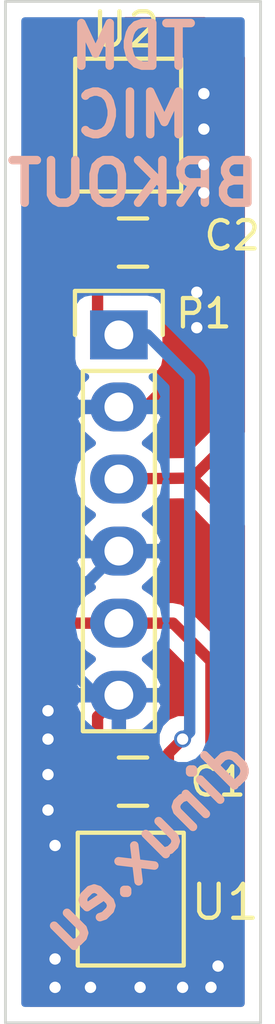
<source format=kicad_pcb>
(kicad_pcb (version 4) (host pcbnew 4.0.5+dfsg1-4)

  (general
    (links 18)
    (no_connects 0)
    (area 144.321428 92.935 153.876191 129.300001)
    (thickness 1.6)
    (drawings 6)
    (tracks 110)
    (zones 0)
    (modules 5)
    (nets 5)
  )

  (page A4)
  (layers
    (0 F.Cu signal)
    (31 B.Cu signal)
    (32 B.Adhes user)
    (33 F.Adhes user)
    (34 B.Paste user)
    (35 F.Paste user)
    (36 B.SilkS user)
    (37 F.SilkS user)
    (38 B.Mask user)
    (39 F.Mask user)
    (40 Dwgs.User user)
    (41 Cmts.User user)
    (42 Eco1.User user)
    (43 Eco2.User user)
    (44 Edge.Cuts user)
    (45 Margin user)
    (46 B.CrtYd user)
    (47 F.CrtYd user)
    (48 B.Fab user)
    (49 F.Fab user)
  )

  (setup
    (last_trace_width 0.4)
    (trace_clearance 0.4)
    (zone_clearance 0.508)
    (zone_45_only no)
    (trace_min 0.2)
    (segment_width 0.2)
    (edge_width 0.1)
    (via_size 0.6)
    (via_drill 0.4)
    (via_min_size 0.4)
    (via_min_drill 0.3)
    (uvia_size 0.3)
    (uvia_drill 0.1)
    (uvias_allowed no)
    (uvia_min_size 0.2)
    (uvia_min_drill 0.1)
    (pcb_text_width 0.3)
    (pcb_text_size 1.5 1.5)
    (mod_edge_width 0.15)
    (mod_text_size 1 1)
    (mod_text_width 0.15)
    (pad_size 1.5 1.5)
    (pad_drill 0.6)
    (pad_to_mask_clearance 0)
    (aux_axis_origin 0 0)
    (visible_elements FFFFFF7F)
    (pcbplotparams
      (layerselection 0x010f0_80000001)
      (usegerberextensions false)
      (excludeedgelayer true)
      (linewidth 0.100000)
      (plotframeref false)
      (viasonmask false)
      (mode 1)
      (useauxorigin false)
      (hpglpennumber 1)
      (hpglpenspeed 20)
      (hpglpendiameter 15)
      (hpglpenoverlay 2)
      (psnegative false)
      (psa4output false)
      (plotreference true)
      (plotvalue true)
      (plotinvisibletext false)
      (padsonsilk false)
      (subtractmaskfromsilk false)
      (outputformat 1)
      (mirror false)
      (drillshape 0)
      (scaleselection 1)
      (outputdirectory gerbers))
  )

  (net 0 "")
  (net 1 VDD)
  (net 2 GND)
  (net 3 /CLK)
  (net 4 /D)

  (net_class Default "Това е клас на веригите при отсъствие."
    (clearance 0.4)
    (trace_width 0.4)
    (via_dia 0.6)
    (via_drill 0.4)
    (uvia_dia 0.3)
    (uvia_drill 0.1)
    (add_net /CLK)
    (add_net /D)
    (add_net GND)
    (add_net VDD)
  )

  (module Capacitors_SMD:C_0805_HandSoldering (layer F.Cu) (tedit 5BCC43DC) (tstamp 5BCC3B54)
    (at 149 101.75)
    (descr "Capacitor SMD 0805, hand soldering")
    (tags "capacitor 0805")
    (path /5BCC3C74)
    (attr smd)
    (fp_text reference C2 (at 3.5 -0.25) (layer F.SilkS)
      (effects (font (size 1 1) (thickness 0.15)))
    )
    (fp_text value 100n (at -3.25 2 90) (layer F.Fab)
      (effects (font (size 1 1) (thickness 0.15)))
    )
    (fp_line (start -1 0.625) (end -1 -0.625) (layer F.Fab) (width 0.15))
    (fp_line (start 1 0.625) (end -1 0.625) (layer F.Fab) (width 0.15))
    (fp_line (start 1 -0.625) (end 1 0.625) (layer F.Fab) (width 0.15))
    (fp_line (start -1 -0.625) (end 1 -0.625) (layer F.Fab) (width 0.15))
    (fp_line (start -2.3 -1) (end 2.3 -1) (layer F.CrtYd) (width 0.05))
    (fp_line (start -2.3 1) (end 2.3 1) (layer F.CrtYd) (width 0.05))
    (fp_line (start -2.3 -1) (end -2.3 1) (layer F.CrtYd) (width 0.05))
    (fp_line (start 2.3 -1) (end 2.3 1) (layer F.CrtYd) (width 0.05))
    (fp_line (start 0.5 -0.85) (end -0.5 -0.85) (layer F.SilkS) (width 0.15))
    (fp_line (start -0.5 0.85) (end 0.5 0.85) (layer F.SilkS) (width 0.15))
    (pad 1 smd rect (at -1.25 0) (size 1.5 1.25) (layers F.Cu F.Paste F.Mask)
      (net 1 VDD))
    (pad 2 smd rect (at 1.25 0) (size 1.5 1.25) (layers F.Cu F.Paste F.Mask)
      (net 2 GND))
    (model Capacitors_SMD.3dshapes/C_0805_HandSoldering.wrl
      (at (xyz 0 0 0))
      (scale (xyz 1 1 1))
      (rotate (xyz 0 0 0))
    )
  )

  (module Pin_Headers:Pin_Header_Straight_1x06 (layer F.Cu) (tedit 5BCC4362) (tstamp 5BCC3515)
    (at 148.5011 105.0036)
    (descr "Through hole pin header")
    (tags "pin header")
    (path /5BCB8B11)
    (fp_text reference P1 (at 2.9989 -0.7536) (layer F.SilkS)
      (effects (font (size 1 1) (thickness 0.15)))
    )
    (fp_text value CONN_01X06 (at 2.4989 5.9964 90) (layer F.Fab)
      (effects (font (size 1 1) (thickness 0.15)))
    )
    (fp_line (start -1.75 -1.75) (end -1.75 14.45) (layer F.CrtYd) (width 0.05))
    (fp_line (start 1.75 -1.75) (end 1.75 14.45) (layer F.CrtYd) (width 0.05))
    (fp_line (start -1.75 -1.75) (end 1.75 -1.75) (layer F.CrtYd) (width 0.05))
    (fp_line (start -1.75 14.45) (end 1.75 14.45) (layer F.CrtYd) (width 0.05))
    (fp_line (start 1.27 1.27) (end 1.27 13.97) (layer F.SilkS) (width 0.15))
    (fp_line (start 1.27 13.97) (end -1.27 13.97) (layer F.SilkS) (width 0.15))
    (fp_line (start -1.27 13.97) (end -1.27 1.27) (layer F.SilkS) (width 0.15))
    (fp_line (start 1.55 -1.55) (end 1.55 0) (layer F.SilkS) (width 0.15))
    (fp_line (start 1.27 1.27) (end -1.27 1.27) (layer F.SilkS) (width 0.15))
    (fp_line (start -1.55 0) (end -1.55 -1.55) (layer F.SilkS) (width 0.15))
    (fp_line (start -1.55 -1.55) (end 1.55 -1.55) (layer F.SilkS) (width 0.15))
    (pad 1 thru_hole rect (at 0 0) (size 2.032 1.7272) (drill 1.016) (layers *.Cu *.Mask)
      (net 1 VDD))
    (pad 2 thru_hole oval (at 0 2.54) (size 2.032 1.7272) (drill 1.016) (layers *.Cu *.Mask)
      (net 2 GND))
    (pad 3 thru_hole oval (at 0 5.08) (size 2.032 1.7272) (drill 1.016) (layers *.Cu *.Mask)
      (net 3 /CLK))
    (pad 4 thru_hole oval (at 0 7.62) (size 2.032 1.7272) (drill 1.016) (layers *.Cu *.Mask)
      (net 2 GND))
    (pad 5 thru_hole oval (at 0 10.16) (size 2.032 1.7272) (drill 1.016) (layers *.Cu *.Mask)
      (net 4 /D))
    (pad 6 thru_hole oval (at 0 12.7) (size 2.032 1.7272) (drill 1.016) (layers *.Cu *.Mask)
      (net 2 GND))
    (model Pin_Headers.3dshapes/Pin_Header_Straight_1x06.wrl
      (at (xyz 0 -0.25 0))
      (scale (xyz 1 1 1))
      (rotate (xyz 0 0 90))
    )
  )

  (module Capacitors_SMD:C_0805_HandSoldering (layer F.Cu) (tedit 5BCC43E8) (tstamp 5BCC3B4E)
    (at 149 120.75 180)
    (descr "Capacitor SMD 0805, hand soldering")
    (tags "capacitor 0805")
    (path /5BCC3B0D)
    (attr smd)
    (fp_text reference C1 (at -3 0 180) (layer F.SilkS)
      (effects (font (size 1 1) (thickness 0.15)))
    )
    (fp_text value 100n (at 3.25 -1 270) (layer F.Fab)
      (effects (font (size 1 1) (thickness 0.15)))
    )
    (fp_line (start -1 0.625) (end -1 -0.625) (layer F.Fab) (width 0.15))
    (fp_line (start 1 0.625) (end -1 0.625) (layer F.Fab) (width 0.15))
    (fp_line (start 1 -0.625) (end 1 0.625) (layer F.Fab) (width 0.15))
    (fp_line (start -1 -0.625) (end 1 -0.625) (layer F.Fab) (width 0.15))
    (fp_line (start -2.3 -1) (end 2.3 -1) (layer F.CrtYd) (width 0.05))
    (fp_line (start -2.3 1) (end 2.3 1) (layer F.CrtYd) (width 0.05))
    (fp_line (start -2.3 -1) (end -2.3 1) (layer F.CrtYd) (width 0.05))
    (fp_line (start 2.3 -1) (end 2.3 1) (layer F.CrtYd) (width 0.05))
    (fp_line (start 0.5 -0.85) (end -0.5 -0.85) (layer F.SilkS) (width 0.15))
    (fp_line (start -0.5 0.85) (end 0.5 0.85) (layer F.SilkS) (width 0.15))
    (pad 1 smd rect (at -1.25 0 180) (size 1.5 1.25) (layers F.Cu F.Paste F.Mask)
      (net 1 VDD))
    (pad 2 smd rect (at 1.25 0 180) (size 1.5 1.25) (layers F.Cu F.Paste F.Mask)
      (net 2 GND))
    (model Capacitors_SMD.3dshapes/C_0805_HandSoldering.wrl
      (at (xyz 0 0 0))
      (scale (xyz 1 1 1))
      (rotate (xyz 0 0 0))
    )
  )

  (module bga:BGA_6 (layer F.Cu) (tedit 5BCC4759) (tstamp 5BCC46A6)
    (at 147.75 123.25)
    (path /5BCB898D)
    (fp_text reference U1 (at 4.5 1.75) (layer F.SilkS)
      (effects (font (size 1.2 1.2) (thickness 0.15)))
    )
    (fp_text value MIC1 (at -2 1.5 90) (layer F.Fab)
      (effects (font (size 1.2 1.2) (thickness 0.15)))
    )
    (fp_line (start -0.7 -0.7) (end -0.7 3.95) (layer F.SilkS) (width 0.15))
    (fp_line (start -0.7 3.98) (end 3.04 3.98) (layer F.SilkS) (width 0.15))
    (fp_line (start 3.04 3.95) (end 3.04 -0.7) (layer F.SilkS) (width 0.15))
    (fp_line (start 3 -0.7) (end -0.7 -0.7) (layer F.SilkS) (width 0.15))
    (fp_line (start -0.9 -0.95) (end 3.25 -0.95) (layer F.CrtYd) (width 0.15))
    (fp_line (start 3.29 -0.95) (end 3.29 4.2) (layer F.CrtYd) (width 0.15))
    (fp_line (start 3.29 4.23) (end -0.95 4.23) (layer F.CrtYd) (width 0.15))
    (fp_line (start -0.95 4.2) (end -0.95 -0.95) (layer F.CrtYd) (width 0.15))
    (pad 1 smd circle (at 0 0 36) (size 1 1) (layers F.Cu F.Paste F.Mask)
      (net 2 GND))
    (pad 2 smd circle (at 0 1.65) (size 1 1) (layers F.Cu F.Paste F.Mask)
      (net 1 VDD))
    (pad 3 smd circle (at 0 3.3) (size 1 1) (layers F.Cu F.Paste F.Mask)
      (net 2 GND))
    (pad 6 smd oval (at 2.34 0 315) (size 1 1.2) (layers F.Cu F.Paste F.Mask)
      (net 1 VDD))
    (pad 5 smd circle (at 2.34 1.65) (size 1 1) (layers F.Cu F.Paste F.Mask)
      (net 4 /D))
    (pad 4 smd circle (at 2.34 3.3) (size 1 1) (layers F.Cu F.Paste F.Mask)
      (net 3 /CLK))
  )

  (module bga:BGA_6 (layer F.Cu) (tedit 5BCC4884) (tstamp 5BCC46B0)
    (at 150 99.25 180)
    (path /5BCB8B92)
    (fp_text reference U2 (at 1.25 5 180) (layer F.SilkS)
      (effects (font (size 1.2 1.2) (thickness 0.15)))
    )
    (fp_text value MIC0 (at 4.25 2 270) (layer F.Fab)
      (effects (font (size 1.2 1.2) (thickness 0.15)))
    )
    (fp_line (start -0.7 -0.7) (end -0.7 3.95) (layer F.SilkS) (width 0.15))
    (fp_line (start -0.7 3.98) (end 3.04 3.98) (layer F.SilkS) (width 0.15))
    (fp_line (start 3.04 3.95) (end 3.04 -0.7) (layer F.SilkS) (width 0.15))
    (fp_line (start 3 -0.7) (end -0.7 -0.7) (layer F.SilkS) (width 0.15))
    (fp_line (start -0.9 -0.95) (end 3.25 -0.95) (layer F.CrtYd) (width 0.15))
    (fp_line (start 3.29 -0.95) (end 3.29 4.2) (layer F.CrtYd) (width 0.15))
    (fp_line (start 3.29 4.23) (end -0.95 4.23) (layer F.CrtYd) (width 0.15))
    (fp_line (start -0.95 4.2) (end -0.95 -0.95) (layer F.CrtYd) (width 0.15))
    (pad 1 smd circle (at 0 0 216) (size 1 1) (layers F.Cu F.Paste F.Mask)
      (net 2 GND))
    (pad 2 smd circle (at 0 1.65 180) (size 1 1) (layers F.Cu F.Paste F.Mask)
      (net 2 GND))
    (pad 3 smd circle (at 0 3.3 180) (size 1 1) (layers F.Cu F.Paste F.Mask)
      (net 2 GND))
    (pad 6 smd oval (at 2.34 0 135) (size 1 1.2) (layers F.Cu F.Paste F.Mask)
      (net 1 VDD))
    (pad 5 smd circle (at 2.34 1.65 180) (size 1 1) (layers F.Cu F.Paste F.Mask)
      (net 4 /D))
    (pad 4 smd circle (at 2.34 3.3 180) (size 1 1) (layers F.Cu F.Paste F.Mask)
      (net 3 /CLK))
  )

  (gr_text "TDM\nMIC\nBRKOUT" (at 149 97.25) (layer B.SilkS)
    (effects (font (size 1.5 1.5) (thickness 0.3)) (justify mirror))
  )
  (gr_text dinux.eu (at 149.5 123 45) (layer B.SilkS)
    (effects (font (size 1.5 1.5) (thickness 0.3)) (justify mirror))
  )
  (gr_line (start 144.5 129.25) (end 153.5 129.25) (angle 90) (layer Edge.Cuts) (width 0.1))
  (gr_line (start 144.5 93.25) (end 144.5 129.25) (angle 90) (layer Edge.Cuts) (width 0.1))
  (gr_line (start 153.5 93.25) (end 153.5 129.25) (angle 90) (layer Edge.Cuts) (width 0.1))
  (gr_line (start 144.5 93.25) (end 153.5 93.25) (angle 90) (layer Edge.Cuts) (width 0.1))

  (segment (start 147.75 123.25) (end 146.5 123.25) (width 0.4) (layer B.Cu) (net 0))
  (segment (start 146 118.25) (end 146 118) (width 0.4) (layer F.Cu) (net 0) (tstamp 5BCC49E4))
  (via (at 146 118.25) (size 0.6) (drill 0.4) (layers F.Cu B.Cu) (net 0))
  (segment (start 146 119.25) (end 146 118.25) (width 0.4) (layer B.Cu) (net 0) (tstamp 5BCC49E1))
  (via (at 146 119.25) (size 0.6) (drill 0.4) (layers F.Cu B.Cu) (net 0))
  (segment (start 146 120.5) (end 146 119.25) (width 0.4) (layer F.Cu) (net 0) (tstamp 5BCC49DE))
  (via (at 146 120.5) (size 0.6) (drill 0.4) (layers F.Cu B.Cu) (net 0))
  (segment (start 146 121.75) (end 146 120.5) (width 0.4) (layer B.Cu) (net 0) (tstamp 5BCC49DB))
  (via (at 146 121.75) (size 0.6) (drill 0.4) (layers F.Cu B.Cu) (net 0))
  (segment (start 146 122.75) (end 146 121.75) (width 0.4) (layer F.Cu) (net 0) (tstamp 5BCC49D9))
  (segment (start 146.25 123) (end 146 122.75) (width 0.4) (layer F.Cu) (net 0) (tstamp 5BCC49D8))
  (via (at 146.25 123) (size 0.6) (drill 0.4) (layers F.Cu B.Cu) (net 0))
  (segment (start 146.5 123.25) (end 146.25 123) (width 0.4) (layer B.Cu) (net 0) (tstamp 5BCC49D0))
  (segment (start 150.25 120.75) (end 150.25 119.75) (width 0.4) (layer F.Cu) (net 1))
  (segment (start 151 106.5) (end 149.5036 105.0036) (width 0.4) (layer B.Cu) (net 1) (tstamp 5BCC4925))
  (segment (start 151 119) (end 151 106.5) (width 0.4) (layer B.Cu) (net 1) (tstamp 5BCC4916))
  (segment (start 150.75 119.25) (end 151 119) (width 0.4) (layer B.Cu) (net 1) (tstamp 5BCC4915))
  (via (at 150.75 119.25) (size 0.6) (drill 0.4) (layers F.Cu B.Cu) (net 1))
  (segment (start 150.25 119.75) (end 150.75 119.25) (width 0.4) (layer F.Cu) (net 1) (tstamp 5BCC4906))
  (segment (start 149.5036 105.0036) (end 148.5011 105.0036) (width 0.4) (layer B.Cu) (net 1) (tstamp 5BCC4928))
  (segment (start 147.75 101.75) (end 147.75 104.2525) (width 0.4) (layer F.Cu) (net 1))
  (segment (start 147.75 104.2525) (end 148.5011 105.0036) (width 0.4) (layer F.Cu) (net 1) (tstamp 5BCC48E6))
  (segment (start 147.66 99.25) (end 147.66 101.66) (width 0.4) (layer F.Cu) (net 1))
  (segment (start 147.66 101.66) (end 147.75 101.75) (width 0.4) (layer F.Cu) (net 1) (tstamp 5BCC48DD))
  (segment (start 147.75 124.9) (end 148.44 124.9) (width 0.4) (layer F.Cu) (net 1))
  (segment (start 148.44 124.9) (end 150.25 123.09) (width 0.4) (layer F.Cu) (net 1) (tstamp 5BCC479C))
  (segment (start 150.25 123.09) (end 150.25 120.75) (width 0.4) (layer F.Cu) (net 1) (tstamp 5BCC479D))
  (segment (start 149.84 120.91) (end 150 120.75) (width 0.4) (layer F.Cu) (net 1) (tstamp 5BCC3C16))
  (segment (start 150.5 121.25) (end 150 120.75) (width 0.4) (layer F.Cu) (net 1) (tstamp 5BCC3C0B))
  (segment (start 150 95.95) (end 150.95 95.95) (width 0.4) (layer F.Cu) (net 2))
  (via (at 151.5 100) (size 0.6) (drill 0.4) (layers F.Cu B.Cu) (net 2))
  (segment (start 151.5 99) (end 151.5 100) (width 0.4) (layer B.Cu) (net 2) (tstamp 5BCC4A40))
  (via (at 151.5 99) (size 0.6) (drill 0.4) (layers F.Cu B.Cu) (net 2))
  (segment (start 151.5 97.75) (end 151.5 99) (width 0.4) (layer F.Cu) (net 2) (tstamp 5BCC4A3D))
  (via (at 151.5 97.75) (size 0.6) (drill 0.4) (layers F.Cu B.Cu) (net 2))
  (segment (start 151.5 96.5) (end 151.5 97.75) (width 0.4) (layer B.Cu) (net 2) (tstamp 5BCC4A3A))
  (via (at 151.5 96.5) (size 0.6) (drill 0.4) (layers F.Cu B.Cu) (net 2))
  (segment (start 150.95 95.95) (end 151.5 96.5) (width 0.4) (layer F.Cu) (net 2) (tstamp 5BCC4A33))
  (segment (start 150.25 101.75) (end 150.25 102.5) (width 0.4) (layer F.Cu) (net 2))
  (via (at 151.25 104.75) (size 0.6) (drill 0.4) (layers F.Cu B.Cu) (net 2))
  (segment (start 151.25 103.5) (end 151.25 104.75) (width 0.4) (layer B.Cu) (net 2) (tstamp 5BCC4A18))
  (via (at 151.25 103.5) (size 0.6) (drill 0.4) (layers F.Cu B.Cu) (net 2))
  (segment (start 150.25 102.5) (end 151.25 103.5) (width 0.4) (layer F.Cu) (net 2) (tstamp 5BCC4A15))
  (segment (start 147.75 126.55) (end 146.7 126.55) (width 0.4) (layer F.Cu) (net 2))
  (via (at 152 127.25) (size 0.6) (drill 0.4) (layers F.Cu B.Cu) (net 2))
  (segment (start 152 127.75) (end 152 127.25) (width 0.4) (layer F.Cu) (net 2) (tstamp 5BCC49CC))
  (segment (start 151.75 128) (end 152 127.75) (width 0.4) (layer F.Cu) (net 2) (tstamp 5BCC49CB))
  (via (at 151.75 128) (size 0.6) (drill 0.4) (layers F.Cu B.Cu) (net 2))
  (segment (start 150.75 128) (end 151.75 128) (width 0.4) (layer B.Cu) (net 2) (tstamp 5BCC49C8))
  (via (at 150.75 128) (size 0.6) (drill 0.4) (layers F.Cu B.Cu) (net 2))
  (segment (start 149.25 128) (end 150.75 128) (width 0.4) (layer F.Cu) (net 2) (tstamp 5BCC49C5))
  (via (at 149.25 128) (size 0.6) (drill 0.4) (layers F.Cu B.Cu) (net 2))
  (segment (start 147.5 128) (end 149.25 128) (width 0.4) (layer B.Cu) (net 2) (tstamp 5BCC49C2))
  (via (at 147.5 128) (size 0.6) (drill 0.4) (layers F.Cu B.Cu) (net 2))
  (segment (start 146.25 128) (end 147.5 128) (width 0.4) (layer F.Cu) (net 2) (tstamp 5BCC49BF))
  (via (at 146.25 128) (size 0.6) (drill 0.4) (layers F.Cu B.Cu) (net 2))
  (segment (start 146.25 127) (end 146.25 128) (width 0.4) (layer B.Cu) (net 2) (tstamp 5BCC49BC))
  (via (at 146.25 127) (size 0.6) (drill 0.4) (layers F.Cu B.Cu) (net 2))
  (segment (start 146.7 126.55) (end 146.25 127) (width 0.4) (layer F.Cu) (net 2) (tstamp 5BCC49B9))
  (segment (start 148.5011 112.6236) (end 147.6236 112.6236) (width 0.4) (layer B.Cu) (net 2))
  (segment (start 147.6236 112.6236) (end 146.5 111.5) (width 0.4) (layer B.Cu) (net 2) (tstamp 5BCC494E))
  (segment (start 147.2064 107.5436) (end 148.5011 107.5436) (width 0.4) (layer B.Cu) (net 2) (tstamp 5BCC4954))
  (segment (start 146.5 108.25) (end 147.2064 107.5436) (width 0.4) (layer B.Cu) (net 2) (tstamp 5BCC4952))
  (segment (start 146.5 111.5) (end 146.5 108.25) (width 0.4) (layer B.Cu) (net 2) (tstamp 5BCC4950))
  (segment (start 148.5011 117.7036) (end 147.7036 117.7036) (width 0.4) (layer B.Cu) (net 2))
  (segment (start 147.7036 117.7036) (end 146.5 116.5) (width 0.4) (layer B.Cu) (net 2) (tstamp 5BCC4940))
  (segment (start 146.5 114.6247) (end 148.5011 112.6236) (width 0.4) (layer B.Cu) (net 2) (tstamp 5BCC4944))
  (segment (start 146.5 116.5) (end 146.5 114.6247) (width 0.4) (layer B.Cu) (net 2) (tstamp 5BCC4942))
  (segment (start 150.25 101.75) (end 150.25 106.75) (width 0.4) (layer F.Cu) (net 2))
  (segment (start 150.25 106.75) (end 149.4564 107.5436) (width 0.4) (layer F.Cu) (net 2) (tstamp 5BCC48EB))
  (segment (start 149.4564 107.5436) (end 148.5011 107.5436) (width 0.4) (layer F.Cu) (net 2) (tstamp 5BCC48EE))
  (segment (start 150 95.95) (end 150 97.6) (width 0.4) (layer F.Cu) (net 2))
  (segment (start 150 97.6) (end 150 99.25) (width 0.4) (layer F.Cu) (net 2) (tstamp 5BCC48D5))
  (segment (start 150 99.25) (end 150.25 99.5) (width 0.4) (layer F.Cu) (net 2) (tstamp 5BCC48D7))
  (segment (start 150.25 99.5) (end 150.25 101.75) (width 0.4) (layer F.Cu) (net 2) (tstamp 5BCC48D8))
  (segment (start 147.75 120.75) (end 147.75 118.4547) (width 0.4) (layer F.Cu) (net 2))
  (segment (start 147.75 118.4547) (end 148.5011 117.7036) (width 0.4) (layer F.Cu) (net 2) (tstamp 5BCC47A8))
  (segment (start 147.75 123.25) (end 147.75 120.75) (width 0.4) (layer F.Cu) (net 2))
  (segment (start 147.75 126.55) (end 147.3 126.55) (width 0.4) (layer F.Cu) (net 2))
  (segment (start 147.3 126.55) (end 146.5 125.75) (width 0.4) (layer F.Cu) (net 2) (tstamp 5BCC47A1))
  (segment (start 146.5 125.75) (end 146.5 124.5) (width 0.4) (layer F.Cu) (net 2) (tstamp 5BCC47A2))
  (segment (start 146.5 124.5) (end 147.75 123.25) (width 0.4) (layer F.Cu) (net 2) (tstamp 5BCC47A3))
  (segment (start 148.5011 107.5436) (end 149.2064 107.5436) (width 0.4) (layer F.Cu) (net 2))
  (segment (start 148.5011 112.6236) (end 148.1236 112.6236) (width 0.4) (layer B.Cu) (net 2))
  (segment (start 148.5011 117.7036) (end 149.2964 117.7036) (width 0.4) (layer F.Cu) (net 2))
  (segment (start 148.5011 117.7036) (end 149.2036 117.7036) (width 0.4) (layer F.Cu) (net 2))
  (segment (start 147.66 95.95) (end 147.66 95.09) (width 0.4) (layer F.Cu) (net 3))
  (segment (start 152.75 108.400672) (end 151.100287 110.050385) (width 0.4) (layer F.Cu) (net 3) (tstamp 5BCC48BB))
  (segment (start 152.75 95.25) (end 152.75 108.400672) (width 0.4) (layer F.Cu) (net 3) (tstamp 5BCC48B5))
  (segment (start 151.5 94) (end 152.75 95.25) (width 0.4) (layer F.Cu) (net 3) (tstamp 5BCC48B3))
  (segment (start 148.75 94) (end 151.5 94) (width 0.4) (layer F.Cu) (net 3) (tstamp 5BCC48B2))
  (segment (start 147.66 95.09) (end 148.75 94) (width 0.4) (layer F.Cu) (net 3) (tstamp 5BCC48B1))
  (segment (start 150.09 126.55) (end 150.7 126.55) (width 0.4) (layer F.Cu) (net 3))
  (segment (start 151.100287 110.050385) (end 148.5011 110.0836) (width 0.4) (layer F.Cu) (net 3) (tstamp 5BCC47B6))
  (segment (start 152.75 111.75) (end 151.100287 110.050385) (width 0.4) (layer F.Cu) (net 3) (tstamp 5BCC47B4))
  (segment (start 152.75 124.5) (end 152.75 111.75) (width 0.4) (layer F.Cu) (net 3) (tstamp 5BCC47B2))
  (segment (start 150.7 126.55) (end 152.75 124.5) (width 0.4) (layer F.Cu) (net 3) (tstamp 5BCC47B1))
  (segment (start 147.7264 110.0836) (end 148.5011 110.0836) (width 0.4) (layer F.Cu) (net 3) (tstamp 5BCC3460))
  (segment (start 147.66 97.6) (end 146.15 97.6) (width 0.4) (layer F.Cu) (net 4))
  (segment (start 146.9136 115.1636) (end 148.5011 115.1636) (width 0.4) (layer F.Cu) (net 4) (tstamp 5BCC48CE))
  (segment (start 145.5 113.75) (end 146.9136 115.1636) (width 0.4) (layer F.Cu) (net 4) (tstamp 5BCC48CB))
  (segment (start 145.5 98.25) (end 145.5 113.75) (width 0.4) (layer F.Cu) (net 4) (tstamp 5BCC48C6))
  (segment (start 146.15 97.6) (end 145.5 98.25) (width 0.4) (layer F.Cu) (net 4) (tstamp 5BCC48C2))
  (segment (start 148.5011 115.1636) (end 147.9136 115.1636) (width 0.4) (layer F.Cu) (net 4))
  (segment (start 150.09 124.9) (end 150.6 124.9) (width 0.4) (layer F.Cu) (net 4))
  (segment (start 150.4136 115.1636) (end 148.5011 115.1636) (width 0.4) (layer F.Cu) (net 4) (tstamp 5BCC47AE))
  (segment (start 151.75 116.5) (end 150.4136 115.1636) (width 0.4) (layer F.Cu) (net 4) (tstamp 5BCC47AD))
  (segment (start 151.75 123.75) (end 151.75 116.5) (width 0.4) (layer F.Cu) (net 4) (tstamp 5BCC47AC))
  (segment (start 150.6 124.9) (end 151.75 123.75) (width 0.4) (layer F.Cu) (net 4) (tstamp 5BCC47AB))
  (segment (start 148.5011 115.1636) (end 147.5864 115.1636) (width 0.4) (layer F.Cu) (net 4))

  (zone (net 2) (net_name GND) (layer B.Cu) (tstamp 5BCC4968) (hatch edge 0.508)
    (connect_pads (clearance 0.508))
    (min_thickness 0.254)
    (fill yes (arc_segments 16) (thermal_gap 0.508) (thermal_bridge_width 0.508))
    (polygon
      (pts
        (xy 153 128.75) (xy 145 128.75) (xy 145 93.5) (xy 153 93.5)
      )
    )
    (filled_polygon
      (pts
        (xy 152.815 128.565) (xy 145.185 128.565) (xy 145.185 118.062626) (xy 146.893742 118.062626) (xy 146.896391 118.078391)
        (xy 147.150368 118.605636) (xy 147.58678 118.995554) (xy 148.139187 119.188784) (xy 148.3741 119.044524) (xy 148.3741 117.8306)
        (xy 148.6281 117.8306) (xy 148.6281 119.044524) (xy 148.863013 119.188784) (xy 149.41542 118.995554) (xy 149.851832 118.605636)
        (xy 150.105809 118.078391) (xy 150.108458 118.062626) (xy 149.987317 117.8306) (xy 148.6281 117.8306) (xy 148.3741 117.8306)
        (xy 147.014883 117.8306) (xy 146.893742 118.062626) (xy 145.185 118.062626) (xy 145.185 110.0836) (xy 146.817755 110.0836)
        (xy 146.931829 110.657089) (xy 147.256685 111.14327) (xy 147.566169 111.350061) (xy 147.150368 111.721564) (xy 146.896391 112.248809)
        (xy 146.893742 112.264574) (xy 147.014883 112.4966) (xy 148.3741 112.4966) (xy 148.3741 112.4766) (xy 148.6281 112.4766)
        (xy 148.6281 112.4966) (xy 149.987317 112.4966) (xy 150.108458 112.264574) (xy 150.105809 112.248809) (xy 149.851832 111.721564)
        (xy 149.436031 111.350061) (xy 149.745515 111.14327) (xy 150.070371 110.657089) (xy 150.165 110.181357) (xy 150.165 115.065843)
        (xy 150.070371 114.590111) (xy 149.745515 114.10393) (xy 149.436031 113.897139) (xy 149.851832 113.525636) (xy 150.105809 112.998391)
        (xy 150.108458 112.982626) (xy 149.987317 112.7506) (xy 148.6281 112.7506) (xy 148.6281 112.7706) (xy 148.3741 112.7706)
        (xy 148.3741 112.7506) (xy 147.014883 112.7506) (xy 146.893742 112.982626) (xy 146.896391 112.998391) (xy 147.150368 113.525636)
        (xy 147.566169 113.897139) (xy 147.256685 114.10393) (xy 146.931829 114.590111) (xy 146.817755 115.1636) (xy 146.931829 115.737089)
        (xy 147.256685 116.22327) (xy 147.566169 116.430061) (xy 147.150368 116.801564) (xy 146.896391 117.328809) (xy 146.893742 117.344574)
        (xy 147.014883 117.5766) (xy 148.3741 117.5766) (xy 148.3741 117.5566) (xy 148.6281 117.5566) (xy 148.6281 117.5766)
        (xy 149.987317 117.5766) (xy 150.108458 117.344574) (xy 150.105809 117.328809) (xy 149.851832 116.801564) (xy 149.436031 116.430061)
        (xy 149.745515 116.22327) (xy 150.070371 115.737089) (xy 150.165 115.261357) (xy 150.165 118.512842) (xy 149.957808 118.719673)
        (xy 149.815162 119.063201) (xy 149.814838 119.435167) (xy 149.956883 119.778943) (xy 150.219673 120.042192) (xy 150.563201 120.184838)
        (xy 150.935167 120.185162) (xy 151.278943 120.043117) (xy 151.542192 119.780327) (xy 151.671292 119.469422) (xy 151.771439 119.319541)
        (xy 151.835 119) (xy 151.835 106.5) (xy 151.771439 106.180459) (xy 151.590434 105.909566) (xy 150.16454 104.483672)
        (xy 150.16454 104.14) (xy 150.120262 103.904683) (xy 149.98119 103.688559) (xy 149.76899 103.543569) (xy 149.5171 103.49256)
        (xy 147.4851 103.49256) (xy 147.249783 103.536838) (xy 147.033659 103.67591) (xy 146.888669 103.88811) (xy 146.83766 104.14)
        (xy 146.83766 105.8672) (xy 146.881938 106.102517) (xy 147.02101 106.318641) (xy 147.23321 106.463631) (xy 147.328027 106.482832)
        (xy 147.150368 106.641564) (xy 146.896391 107.168809) (xy 146.893742 107.184574) (xy 147.014883 107.4166) (xy 148.3741 107.4166)
        (xy 148.3741 107.3966) (xy 148.6281 107.3966) (xy 148.6281 107.4166) (xy 149.987317 107.4166) (xy 150.108458 107.184574)
        (xy 150.105809 107.168809) (xy 149.851832 106.641564) (xy 149.676255 106.484693) (xy 149.752417 106.470362) (xy 149.774977 106.455845)
        (xy 150.165 106.845868) (xy 150.165 109.985843) (xy 150.070371 109.510111) (xy 149.745515 109.02393) (xy 149.436031 108.817139)
        (xy 149.851832 108.445636) (xy 150.105809 107.918391) (xy 150.108458 107.902626) (xy 149.987317 107.6706) (xy 148.6281 107.6706)
        (xy 148.6281 107.6906) (xy 148.3741 107.6906) (xy 148.3741 107.6706) (xy 147.014883 107.6706) (xy 146.893742 107.902626)
        (xy 146.896391 107.918391) (xy 147.150368 108.445636) (xy 147.566169 108.817139) (xy 147.256685 109.02393) (xy 146.931829 109.510111)
        (xy 146.817755 110.0836) (xy 145.185 110.0836) (xy 145.185 93.935) (xy 152.815 93.935)
      )
    )
  )
  (zone (net 2) (net_name GND) (layer F.Cu) (tstamp 5BCC4981) (hatch edge 0.508)
    (connect_pads (clearance 0.508))
    (min_thickness 0.254)
    (fill yes (arc_segments 16) (thermal_gap 0.508) (thermal_bridge_width 0.508))
    (polygon
      (pts
        (xy 153 128.75) (xy 145.25 128.75) (xy 145 93.5) (xy 153 93.5)
      )
    )
    (filled_polygon
      (pts
        (xy 146.323166 115.754034) (xy 146.594059 115.935039) (xy 146.9136 115.9986) (xy 147.106565 115.9986) (xy 147.256685 116.22327)
        (xy 147.566169 116.430061) (xy 147.150368 116.801564) (xy 146.896391 117.328809) (xy 146.893742 117.344574) (xy 147.014883 117.5766)
        (xy 148.3741 117.5766) (xy 148.3741 117.5566) (xy 148.6281 117.5566) (xy 148.6281 117.5766) (xy 149.987317 117.5766)
        (xy 150.108458 117.344574) (xy 150.105809 117.328809) (xy 149.851832 116.801564) (xy 149.436031 116.430061) (xy 149.745515 116.22327)
        (xy 149.895635 115.9986) (xy 150.067732 115.9986) (xy 150.915 116.845868) (xy 150.915 118.315143) (xy 150.564833 118.314838)
        (xy 150.221057 118.456883) (xy 149.957808 118.719673) (xy 149.857222 118.96191) (xy 149.659566 119.159566) (xy 149.478561 119.430459)
        (xy 149.467994 119.483582) (xy 149.264683 119.521838) (xy 149.048559 119.66091) (xy 149.002031 119.729006) (xy 148.859698 119.586673)
        (xy 148.626309 119.49) (xy 148.03575 119.49) (xy 147.877 119.64875) (xy 147.877 120.623) (xy 147.897 120.623)
        (xy 147.897 120.877) (xy 147.877 120.877) (xy 147.877 121.85125) (xy 148.03575 122.01) (xy 148.626309 122.01)
        (xy 148.859698 121.913327) (xy 149.000936 121.77209) (xy 149.03591 121.826441) (xy 149.24811 121.971431) (xy 149.415 122.005227)
        (xy 149.415 122.333057) (xy 149.375253 122.359615) (xy 149.199615 122.535253) (xy 148.953578 122.903474) (xy 148.87857 123.280562)
        (xy 148.639644 123.519488) (xy 148.11619 123.436582) (xy 147.943749 123.264141) (xy 147.764141 123.443749) (xy 147.836444 123.516052)
        (xy 147.797008 123.76504) (xy 147.539878 123.764816) (xy 147.604696 123.355569) (xy 146.75195 123.220507) (xy 146.599754 123.377001)
        (xy 146.735913 123.807513) (xy 146.964935 124.079963) (xy 146.788355 124.256235) (xy 146.615197 124.673244) (xy 146.614803 125.124775)
        (xy 146.787233 125.542086) (xy 147.106235 125.861645) (xy 147.337124 125.957519) (xy 147.75 126.370395) (xy 148.162951 125.957444)
        (xy 148.392086 125.862767) (xy 148.540003 125.715108) (xy 148.759541 125.671439) (xy 149.030434 125.490434) (xy 149.083829 125.437039)
        (xy 149.127233 125.542086) (xy 149.309867 125.725039) (xy 149.128355 125.906235) (xy 148.955197 126.323244) (xy 148.954803 126.774775)
        (xy 149.127233 127.192086) (xy 149.446235 127.511645) (xy 149.863244 127.684803) (xy 150.314775 127.685197) (xy 150.732086 127.512767)
        (xy 150.89991 127.345235) (xy 151.019541 127.321439) (xy 151.290434 127.140434) (xy 152.815 125.615868) (xy 152.815 128.565)
        (xy 145.375692 128.565) (xy 145.367005 127.340104) (xy 147.139501 127.340104) (xy 147.176648 127.555217) (xy 147.604972 127.698112)
        (xy 148.055375 127.666217) (xy 148.323352 127.555217) (xy 148.360499 127.340104) (xy 147.75 126.729605) (xy 147.139501 127.340104)
        (xy 145.367005 127.340104) (xy 145.360373 126.404972) (xy 146.601888 126.404972) (xy 146.633783 126.855375) (xy 146.744783 127.123352)
        (xy 146.959896 127.160499) (xy 147.570395 126.55) (xy 147.929605 126.55) (xy 148.540104 127.160499) (xy 148.755217 127.123352)
        (xy 148.898112 126.695028) (xy 148.866217 126.244625) (xy 148.755217 125.976648) (xy 148.540104 125.939501) (xy 147.929605 126.55)
        (xy 147.570395 126.55) (xy 146.959896 125.939501) (xy 146.744783 125.976648) (xy 146.601888 126.404972) (xy 145.360373 126.404972)
        (xy 145.337249 123.144431) (xy 147.895304 123.144431) (xy 148.74805 123.279493) (xy 148.900246 123.122999) (xy 148.764087 122.692487)
        (xy 148.473544 122.346851) (xy 148.22623 122.195297) (xy 148.030365 122.291684) (xy 147.895304 123.144431) (xy 145.337249 123.144431)
        (xy 145.33462 122.77377) (xy 146.695297 122.77377) (xy 146.791684 122.969635) (xy 147.644431 123.104696) (xy 147.779493 122.25195)
        (xy 147.622999 122.099754) (xy 147.192487 122.235913) (xy 146.846851 122.526456) (xy 146.695297 122.77377) (xy 145.33462 122.77377)
        (xy 145.322293 121.03575) (xy 146.365 121.03575) (xy 146.365 121.50131) (xy 146.461673 121.734699) (xy 146.640302 121.913327)
        (xy 146.873691 122.01) (xy 147.46425 122.01) (xy 147.623 121.85125) (xy 147.623 120.877) (xy 146.52375 120.877)
        (xy 146.365 121.03575) (xy 145.322293 121.03575) (xy 145.314938 119.99869) (xy 146.365 119.99869) (xy 146.365 120.46425)
        (xy 146.52375 120.623) (xy 147.623 120.623) (xy 147.623 119.64875) (xy 147.46425 119.49) (xy 146.873691 119.49)
        (xy 146.640302 119.586673) (xy 146.461673 119.765301) (xy 146.365 119.99869) (xy 145.314938 119.99869) (xy 145.301207 118.062626)
        (xy 146.893742 118.062626) (xy 146.896391 118.078391) (xy 147.150368 118.605636) (xy 147.58678 118.995554) (xy 148.139187 119.188784)
        (xy 148.3741 119.044524) (xy 148.3741 117.8306) (xy 148.6281 117.8306) (xy 148.6281 119.044524) (xy 148.863013 119.188784)
        (xy 149.41542 118.995554) (xy 149.851832 118.605636) (xy 150.105809 118.078391) (xy 150.108458 118.062626) (xy 149.987317 117.8306)
        (xy 148.6281 117.8306) (xy 148.3741 117.8306) (xy 147.014883 117.8306) (xy 146.893742 118.062626) (xy 145.301207 118.062626)
        (xy 145.277417 114.708285)
      )
    )
    (filled_polygon
      (pts
        (xy 149.426648 94.944783) (xy 149.389501 95.159896) (xy 150 95.770395) (xy 150.610499 95.159896) (xy 150.573352 94.944783)
        (xy 150.24428 94.835) (xy 151.154132 94.835) (xy 151.915 95.595868) (xy 151.915 108.054803) (xy 150.750011 109.219793)
        (xy 149.883783 109.230862) (xy 149.745515 109.02393) (xy 149.436031 108.817139) (xy 149.851832 108.445636) (xy 150.105809 107.918391)
        (xy 150.108458 107.902626) (xy 149.987317 107.6706) (xy 148.6281 107.6706) (xy 148.6281 107.6906) (xy 148.3741 107.6906)
        (xy 148.3741 107.6706) (xy 147.014883 107.6706) (xy 146.893742 107.902626) (xy 146.896391 107.918391) (xy 147.150368 108.445636)
        (xy 147.566169 108.817139) (xy 147.256685 109.02393) (xy 146.931829 109.510111) (xy 146.817755 110.0836) (xy 146.931829 110.657089)
        (xy 147.256685 111.14327) (xy 147.566169 111.350061) (xy 147.150368 111.721564) (xy 146.896391 112.248809) (xy 146.893742 112.264574)
        (xy 147.014883 112.4966) (xy 148.3741 112.4966) (xy 148.3741 112.4766) (xy 148.6281 112.4766) (xy 148.6281 112.4966)
        (xy 149.987317 112.4966) (xy 150.108458 112.264574) (xy 150.105809 112.248809) (xy 149.851832 111.721564) (xy 149.436031 111.350061)
        (xy 149.745515 111.14327) (xy 149.907599 110.900695) (xy 150.751501 110.88991) (xy 151.915 112.088603) (xy 151.915 115.484132)
        (xy 151.004034 114.573166) (xy 150.926619 114.521439) (xy 150.733141 114.392161) (xy 150.4136 114.3286) (xy 149.895635 114.3286)
        (xy 149.745515 114.10393) (xy 149.436031 113.897139) (xy 149.851832 113.525636) (xy 150.105809 112.998391) (xy 150.108458 112.982626)
        (xy 149.987317 112.7506) (xy 148.6281 112.7506) (xy 148.6281 112.7706) (xy 148.3741 112.7706) (xy 148.3741 112.7506)
        (xy 147.014883 112.7506) (xy 146.893742 112.982626) (xy 146.896391 112.998391) (xy 147.150368 113.525636) (xy 147.566169 113.897139)
        (xy 147.256685 114.10393) (xy 147.167809 114.236941) (xy 146.335 113.404132) (xy 146.335 98.595868) (xy 146.495868 98.435)
        (xy 146.869868 98.435) (xy 146.769615 98.535253) (xy 146.523578 98.903474) (xy 146.437181 99.337819) (xy 146.523578 99.772164)
        (xy 146.769615 100.140385) (xy 146.825 100.177392) (xy 146.825 100.510489) (xy 146.764683 100.521838) (xy 146.548559 100.66091)
        (xy 146.403569 100.87311) (xy 146.35256 101.125) (xy 146.35256 102.375) (xy 146.396838 102.610317) (xy 146.53591 102.826441)
        (xy 146.74811 102.971431) (xy 146.915 103.005227) (xy 146.915 103.849573) (xy 146.888669 103.88811) (xy 146.83766 104.14)
        (xy 146.83766 105.8672) (xy 146.881938 106.102517) (xy 147.02101 106.318641) (xy 147.23321 106.463631) (xy 147.328027 106.482832)
        (xy 147.150368 106.641564) (xy 146.896391 107.168809) (xy 146.893742 107.184574) (xy 147.014883 107.4166) (xy 148.3741 107.4166)
        (xy 148.3741 107.3966) (xy 148.6281 107.3966) (xy 148.6281 107.4166) (xy 149.987317 107.4166) (xy 150.108458 107.184574)
        (xy 150.105809 107.168809) (xy 149.851832 106.641564) (xy 149.676255 106.484693) (xy 149.752417 106.470362) (xy 149.968541 106.33129)
        (xy 150.113531 106.11909) (xy 150.16454 105.8672) (xy 150.16454 104.14) (xy 150.120262 103.904683) (xy 149.98119 103.688559)
        (xy 149.76899 103.543569) (xy 149.5171 103.49256) (xy 148.585 103.49256) (xy 148.585 103.006446) (xy 148.735317 102.978162)
        (xy 148.951441 102.83909) (xy 148.997969 102.770994) (xy 149.140302 102.913327) (xy 149.373691 103.01) (xy 149.96425 103.01)
        (xy 150.123 102.85125) (xy 150.123 101.877) (xy 150.377 101.877) (xy 150.377 102.85125) (xy 150.53575 103.01)
        (xy 151.126309 103.01) (xy 151.359698 102.913327) (xy 151.538327 102.734699) (xy 151.635 102.50131) (xy 151.635 102.03575)
        (xy 151.47625 101.877) (xy 150.377 101.877) (xy 150.123 101.877) (xy 150.103 101.877) (xy 150.103 101.623)
        (xy 150.123 101.623) (xy 150.123 100.64875) (xy 150.377 100.64875) (xy 150.377 101.623) (xy 151.47625 101.623)
        (xy 151.635 101.46425) (xy 151.635 100.99869) (xy 151.538327 100.765301) (xy 151.359698 100.586673) (xy 151.126309 100.49)
        (xy 150.53575 100.49) (xy 150.377 100.64875) (xy 150.123 100.64875) (xy 149.96425 100.49) (xy 149.373691 100.49)
        (xy 149.140302 100.586673) (xy 148.999064 100.72791) (xy 148.96409 100.673559) (xy 148.75189 100.528569) (xy 148.5 100.47756)
        (xy 148.495 100.47756) (xy 148.495 100.020132) (xy 148.550385 99.964747) (xy 148.796423 99.596526) (xy 148.840088 99.377001)
        (xy 148.849754 99.377001) (xy 148.985913 99.807513) (xy 149.276456 100.153149) (xy 149.52377 100.304703) (xy 149.638892 100.24805)
        (xy 149.970507 100.24805) (xy 150.127001 100.400246) (xy 150.557513 100.264087) (xy 150.903149 99.973544) (xy 151.054703 99.72623)
        (xy 150.958316 99.530365) (xy 150.105569 99.395304) (xy 149.970507 100.24805) (xy 149.638892 100.24805) (xy 149.719635 100.208316)
        (xy 149.854696 99.355569) (xy 149.00195 99.220507) (xy 148.849754 99.377001) (xy 148.840088 99.377001) (xy 148.882819 99.162181)
        (xy 148.80556 98.77377) (xy 148.945297 98.77377) (xy 149.041684 98.969635) (xy 149.894431 99.104696) (xy 149.951997 98.741241)
        (xy 150.21208 98.722824) (xy 150.145304 99.144431) (xy 150.99805 99.279493) (xy 151.150246 99.122999) (xy 151.014087 98.692487)
        (xy 150.723544 98.346851) (xy 150.47623 98.195297) (xy 150.435658 98.215263) (xy 150 97.779605) (xy 149.590506 98.189099)
        (xy 149.442487 98.235913) (xy 149.096851 98.526456) (xy 148.945297 98.77377) (xy 148.80556 98.77377) (xy 148.796423 98.727835)
        (xy 148.550385 98.359615) (xy 148.523553 98.341686) (xy 148.621645 98.243765) (xy 148.794803 97.826756) (xy 148.795127 97.454972)
        (xy 148.851888 97.454972) (xy 148.883783 97.905375) (xy 148.994783 98.173352) (xy 149.209896 98.210499) (xy 149.820395 97.6)
        (xy 150.179605 97.6) (xy 150.790104 98.210499) (xy 151.005217 98.173352) (xy 151.148112 97.745028) (xy 151.116217 97.294625)
        (xy 151.005217 97.026648) (xy 150.790104 96.989501) (xy 150.179605 97.6) (xy 149.820395 97.6) (xy 149.209896 96.989501)
        (xy 148.994783 97.026648) (xy 148.851888 97.454972) (xy 148.795127 97.454972) (xy 148.795197 97.375225) (xy 148.622767 96.957914)
        (xy 148.440133 96.774961) (xy 148.47505 96.740104) (xy 149.389501 96.740104) (xy 149.395527 96.775) (xy 149.389501 96.809896)
        (xy 149.404069 96.824464) (xy 149.426648 96.955217) (xy 149.588977 97.009372) (xy 150 97.420395) (xy 150.388687 97.031708)
        (xy 150.573352 96.955217) (xy 150.595931 96.824464) (xy 150.610499 96.809896) (xy 150.604473 96.775) (xy 150.610499 96.740104)
        (xy 150.595931 96.725536) (xy 150.573352 96.594783) (xy 150.411023 96.540628) (xy 150 96.129605) (xy 149.611313 96.518292)
        (xy 149.426648 96.594783) (xy 149.404069 96.725536) (xy 149.389501 96.740104) (xy 148.47505 96.740104) (xy 148.621645 96.593765)
        (xy 148.794803 96.176756) (xy 148.795127 95.804972) (xy 148.851888 95.804972) (xy 148.883783 96.255375) (xy 148.994783 96.523352)
        (xy 149.209896 96.560499) (xy 149.820395 95.95) (xy 150.179605 95.95) (xy 150.790104 96.560499) (xy 151.005217 96.523352)
        (xy 151.148112 96.095028) (xy 151.116217 95.644625) (xy 151.005217 95.376648) (xy 150.790104 95.339501) (xy 150.179605 95.95)
        (xy 149.820395 95.95) (xy 149.209896 95.339501) (xy 148.994783 95.376648) (xy 148.851888 95.804972) (xy 148.795127 95.804972)
        (xy 148.795197 95.725225) (xy 148.622822 95.308046) (xy 149.095868 94.835) (xy 149.691687 94.835)
      )
    )
  )
)

</source>
